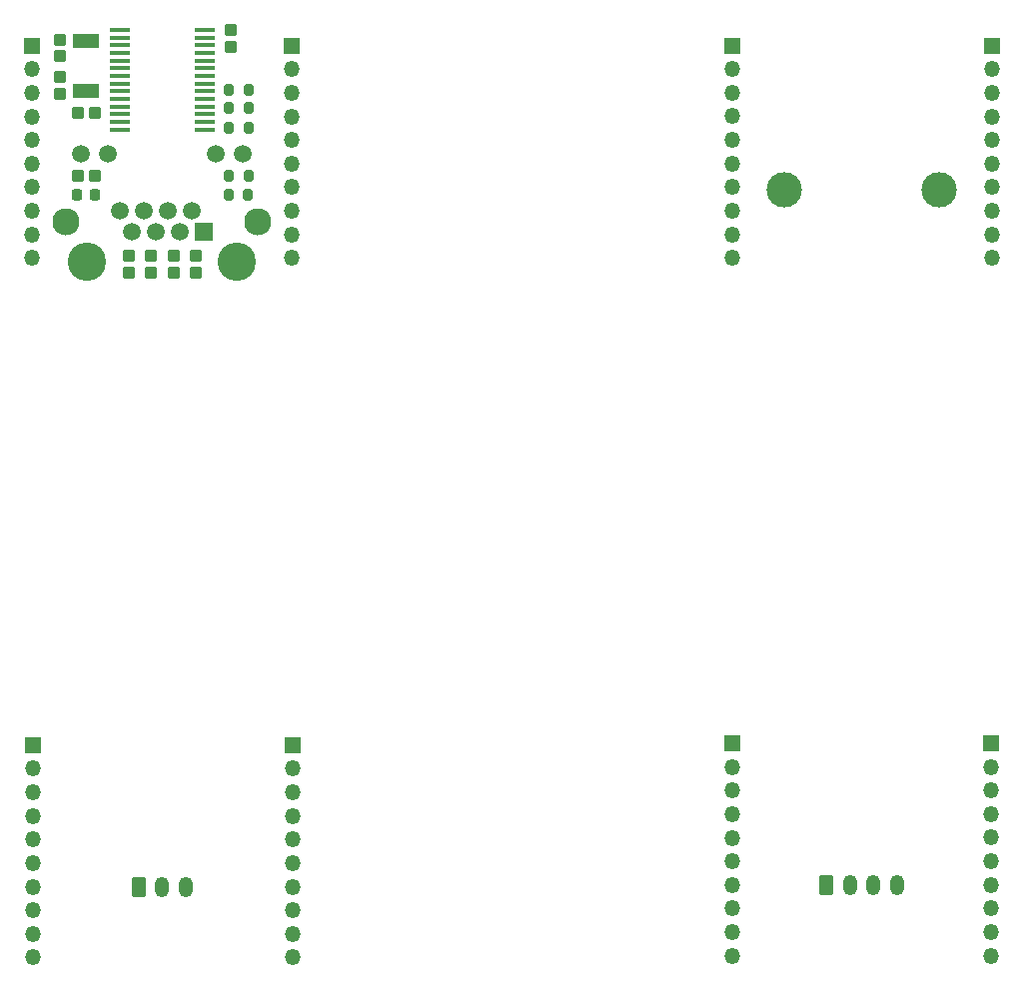
<source format=gbs>
G04 #@! TF.GenerationSoftware,KiCad,Pcbnew,7.0.7*
G04 #@! TF.CreationDate,2023-10-04T16:42:28-06:00*
G04 #@! TF.ProjectId,Modular_Interfaces,4d6f6475-6c61-4725-9f49-6e7465726661,rev?*
G04 #@! TF.SameCoordinates,Original*
G04 #@! TF.FileFunction,Soldermask,Bot*
G04 #@! TF.FilePolarity,Negative*
%FSLAX46Y46*%
G04 Gerber Fmt 4.6, Leading zero omitted, Abs format (unit mm)*
G04 Created by KiCad (PCBNEW 7.0.7) date 2023-10-04 16:42:28*
%MOMM*%
%LPD*%
G01*
G04 APERTURE LIST*
G04 Aperture macros list*
%AMRoundRect*
0 Rectangle with rounded corners*
0 $1 Rounding radius*
0 $2 $3 $4 $5 $6 $7 $8 $9 X,Y pos of 4 corners*
0 Add a 4 corners polygon primitive as box body*
4,1,4,$2,$3,$4,$5,$6,$7,$8,$9,$2,$3,0*
0 Add four circle primitives for the rounded corners*
1,1,$1+$1,$2,$3*
1,1,$1+$1,$4,$5*
1,1,$1+$1,$6,$7*
1,1,$1+$1,$8,$9*
0 Add four rect primitives between the rounded corners*
20,1,$1+$1,$2,$3,$4,$5,0*
20,1,$1+$1,$4,$5,$6,$7,0*
20,1,$1+$1,$6,$7,$8,$9,0*
20,1,$1+$1,$8,$9,$2,$3,0*%
G04 Aperture macros list end*
%ADD10R,1.350000X1.350000*%
%ADD11O,1.350000X1.350000*%
%ADD12C,3.250000*%
%ADD13R,1.500000X1.500000*%
%ADD14C,1.500000*%
%ADD15C,2.300000*%
%ADD16RoundRect,0.250000X-0.350000X-0.625000X0.350000X-0.625000X0.350000X0.625000X-0.350000X0.625000X0*%
%ADD17O,1.200000X1.750000*%
%ADD18C,3.000000*%
%ADD19RoundRect,0.218750X-0.218750X-0.256250X0.218750X-0.256250X0.218750X0.256250X-0.218750X0.256250X0*%
%ADD20R,2.200000X1.300000*%
%ADD21RoundRect,0.250000X-0.275000X0.287500X-0.275000X-0.287500X0.275000X-0.287500X0.275000X0.287500X0*%
%ADD22RoundRect,0.200000X-0.200000X-0.275000X0.200000X-0.275000X0.200000X0.275000X-0.200000X0.275000X0*%
%ADD23RoundRect,0.250000X-0.287500X-0.275000X0.287500X-0.275000X0.287500X0.275000X-0.287500X0.275000X0*%
%ADD24RoundRect,0.250000X0.287500X0.275000X-0.287500X0.275000X-0.287500X-0.275000X0.287500X-0.275000X0*%
%ADD25RoundRect,0.200000X0.200000X0.275000X-0.200000X0.275000X-0.200000X-0.275000X0.200000X-0.275000X0*%
%ADD26RoundRect,0.250000X0.275000X-0.287500X0.275000X0.287500X-0.275000X0.287500X-0.275000X-0.287500X0*%
%ADD27R,1.750000X0.450000*%
G04 APERTURE END LIST*
D10*
X193777000Y-105901200D03*
D11*
X193777000Y-107901200D03*
X193777000Y-109901200D03*
X193777000Y-111901200D03*
X193777000Y-113901200D03*
X193777000Y-115901200D03*
X193777000Y-117901200D03*
X193777000Y-119901200D03*
X193777000Y-121901200D03*
X193777000Y-123901200D03*
D10*
X112490500Y-46777700D03*
D11*
X112490500Y-48777700D03*
X112490500Y-50777700D03*
X112490500Y-52777700D03*
X112490500Y-54777700D03*
X112490500Y-56777700D03*
X112490500Y-58777700D03*
X112490500Y-60777700D03*
X112490500Y-62777700D03*
X112490500Y-64777700D03*
D10*
X134490500Y-46777700D03*
D11*
X134490500Y-48777700D03*
X134490500Y-50777700D03*
X134490500Y-52777700D03*
X134490500Y-54777700D03*
X134490500Y-56777700D03*
X134490500Y-58777700D03*
X134490500Y-60777700D03*
X134490500Y-62777700D03*
X134490500Y-64777700D03*
D12*
X129778500Y-65102700D03*
X117078500Y-65102700D03*
D13*
X126988500Y-62562700D03*
D14*
X125972500Y-60782700D03*
X124956500Y-62562700D03*
X123940500Y-60782700D03*
X122924500Y-62562700D03*
X121908500Y-60782700D03*
X120892500Y-62562700D03*
X119876500Y-60782700D03*
X130288500Y-55962700D03*
X127998500Y-55962700D03*
X118858500Y-55962700D03*
X116568500Y-55962700D03*
D15*
X131558500Y-61672700D03*
X115298500Y-61672700D03*
D16*
X179777000Y-117941200D03*
D17*
X181777000Y-117941200D03*
X183777000Y-117941200D03*
X185777000Y-117941200D03*
D10*
X171807000Y-105911200D03*
D11*
X171807000Y-107911200D03*
X171807000Y-109911200D03*
X171807000Y-111911200D03*
X171807000Y-113911200D03*
X171807000Y-115911200D03*
X171807000Y-117911200D03*
X171807000Y-119911200D03*
X171807000Y-121911200D03*
X171807000Y-123911200D03*
D10*
X171800800Y-46772200D03*
D11*
X171800800Y-48772200D03*
X171800800Y-50772200D03*
X171800800Y-52772200D03*
X171800800Y-54772200D03*
X171800800Y-56772200D03*
X171800800Y-58772200D03*
X171800800Y-60772200D03*
X171800800Y-62772200D03*
X171800800Y-64772200D03*
D10*
X134517000Y-106061200D03*
D11*
X134517000Y-108061200D03*
X134517000Y-110061200D03*
X134517000Y-112061200D03*
X134517000Y-114061200D03*
X134517000Y-116061200D03*
X134517000Y-118061200D03*
X134517000Y-120061200D03*
X134517000Y-122061200D03*
X134517000Y-124061200D03*
D16*
X121507000Y-118091200D03*
D17*
X123507000Y-118091200D03*
X125507000Y-118091200D03*
D10*
X193788200Y-46782600D03*
D11*
X193788200Y-48782600D03*
X193788200Y-50782600D03*
X193788200Y-52782600D03*
X193788200Y-54782600D03*
X193788200Y-56782600D03*
X193788200Y-58782600D03*
X193788200Y-60782600D03*
X193788200Y-62782600D03*
X193788200Y-64782600D03*
D18*
X176220000Y-58998000D03*
X189360000Y-58998000D03*
D10*
X112530800Y-106062200D03*
D11*
X112530800Y-108062200D03*
X112530800Y-110062200D03*
X112530800Y-112062200D03*
X112530800Y-114062200D03*
X112530800Y-116062200D03*
X112530800Y-118062200D03*
X112530800Y-120062200D03*
X112530800Y-122062200D03*
X112530800Y-124062200D03*
D19*
X116253500Y-59436700D03*
X117828500Y-59436700D03*
D20*
X117030500Y-50577700D03*
X117030500Y-46377700D03*
D21*
X126338500Y-64600200D03*
X126338500Y-66025200D03*
D22*
X129143500Y-57782700D03*
X130793500Y-57782700D03*
D21*
X124438500Y-64600200D03*
X124438500Y-66025200D03*
D23*
X116340500Y-52462700D03*
X117765500Y-52462700D03*
D24*
X117776000Y-57782700D03*
X116351000Y-57782700D03*
D25*
X130790500Y-52077700D03*
X129140500Y-52077700D03*
X130783500Y-59432700D03*
X129133500Y-59432700D03*
X130790500Y-50552700D03*
X129140500Y-50552700D03*
D21*
X114798500Y-49462700D03*
X114798500Y-50887700D03*
D26*
X114798500Y-47692700D03*
X114798500Y-46267700D03*
D22*
X129140500Y-53727700D03*
X130790500Y-53727700D03*
D21*
X120638500Y-64600200D03*
X120638500Y-66025200D03*
X129290500Y-45465200D03*
X129290500Y-46890200D03*
X122538500Y-64600200D03*
X122538500Y-66025200D03*
D27*
X127090500Y-45452700D03*
X127090500Y-46102700D03*
X127090500Y-46752700D03*
X127090500Y-47402700D03*
X127090500Y-48052700D03*
X127090500Y-48702700D03*
X127090500Y-49352700D03*
X127090500Y-50002700D03*
X127090500Y-50652700D03*
X127090500Y-51302700D03*
X127090500Y-51952700D03*
X127090500Y-52602700D03*
X127090500Y-53252700D03*
X127090500Y-53902700D03*
X119890500Y-53902700D03*
X119890500Y-53252700D03*
X119890500Y-52602700D03*
X119890500Y-51952700D03*
X119890500Y-51302700D03*
X119890500Y-50652700D03*
X119890500Y-50002700D03*
X119890500Y-49352700D03*
X119890500Y-48702700D03*
X119890500Y-48052700D03*
X119890500Y-47402700D03*
X119890500Y-46752700D03*
X119890500Y-46102700D03*
X119890500Y-45452700D03*
M02*

</source>
